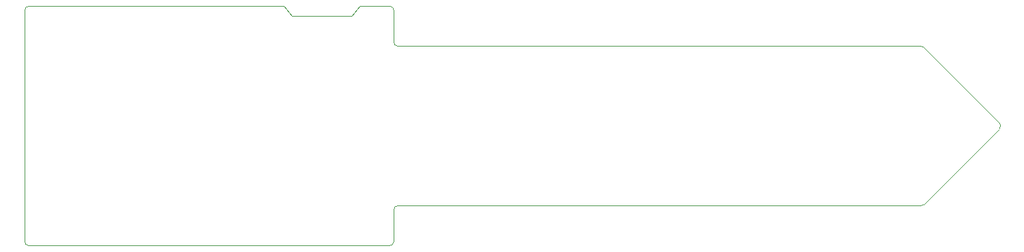
<source format=gm1>
%TF.GenerationSoftware,KiCad,Pcbnew,8.0.2*%
%TF.CreationDate,2024-06-28T10:12:45+02:00*%
%TF.ProjectId,LoraSensor,4c6f7261-5365-46e7-936f-722e6b696361,rev?*%
%TF.SameCoordinates,Original*%
%TF.FileFunction,Profile,NP*%
%FSLAX46Y46*%
G04 Gerber Fmt 4.6, Leading zero omitted, Abs format (unit mm)*
G04 Created by KiCad (PCBNEW 8.0.2) date 2024-06-28 10:12:45*
%MOMM*%
%LPD*%
G01*
G04 APERTURE LIST*
%TA.AperFunction,Profile*%
%ADD10C,0.100000*%
%TD*%
G04 APERTURE END LIST*
D10*
X266340790Y-73300790D02*
G75*
G02*
X266340790Y-74019210I-359190J-359210D01*
G01*
X142239989Y-88392000D02*
X142240000Y-58928000D01*
X189230000Y-88392000D02*
G75*
G02*
X188722000Y-88900000I-508000J0D01*
G01*
X189738000Y-63500000D02*
G75*
G02*
X189230000Y-62992000I0J508000D01*
G01*
X266340790Y-74019210D02*
X256688790Y-83671210D01*
X176276000Y-59629600D02*
X183896000Y-59629600D01*
X188722000Y-58420000D02*
G75*
G02*
X189230000Y-58928000I0J-508000D01*
G01*
X184912000Y-58420000D02*
X188722000Y-58420000D01*
X189738000Y-63500000D02*
X256329580Y-63500000D01*
X183896000Y-59629600D02*
X184912000Y-58420000D01*
X256329580Y-83820000D02*
X189738000Y-83820000D01*
X256329580Y-63500000D02*
G75*
G02*
X256688800Y-63648780I20J-508000D01*
G01*
X189230000Y-58928000D02*
X189230000Y-62992000D01*
X188722000Y-88900000D02*
X142748000Y-88900011D01*
X189230000Y-84328000D02*
X189230000Y-88392000D01*
X142748000Y-88900011D02*
G75*
G02*
X142239989Y-88392000I3600J511611D01*
G01*
X256688790Y-63648790D02*
X266340790Y-73300790D01*
X175260000Y-58420000D02*
X176276000Y-59629600D01*
X142240000Y-58928000D02*
G75*
G02*
X142751584Y-58420013I508000J0D01*
G01*
X256688790Y-83671210D02*
G75*
G02*
X256329580Y-83819986I-359190J359210D01*
G01*
X142748000Y-58420000D02*
X175260000Y-58420000D01*
X189230000Y-84328000D02*
G75*
G02*
X189738000Y-83820000I508000J0D01*
G01*
M02*

</source>
